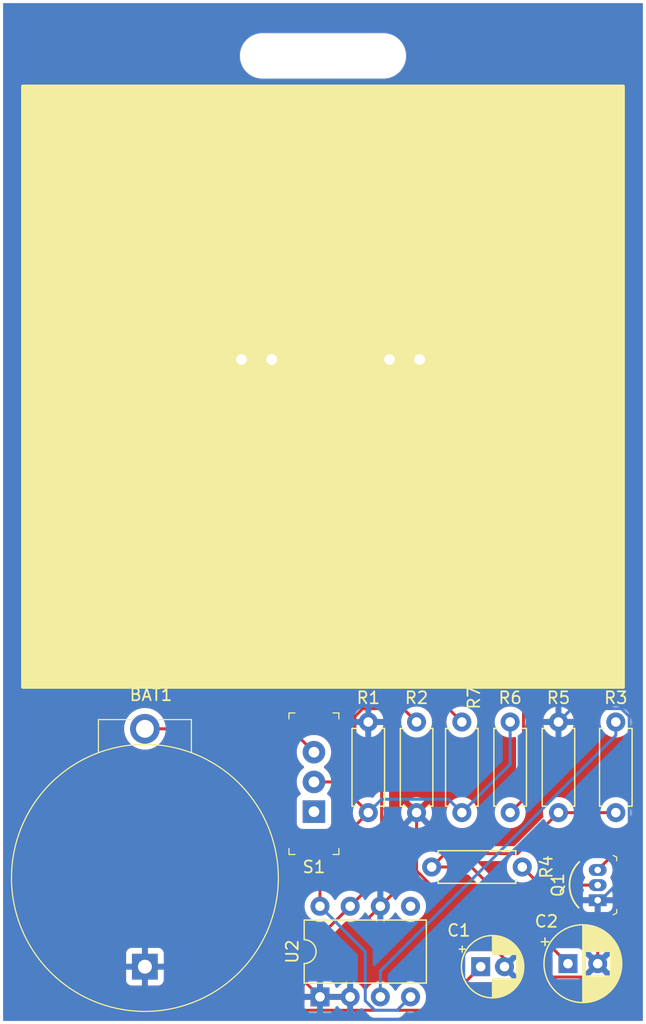
<source format=kicad_pcb>
(kicad_pcb (version 20221018) (generator pcbnew)
  (title_block (title "555badge") (date "2023-07-20") (rev "v01") (comment 2 "creativecommons/licenses/by/4.0/") (comment 3 "LICENSE: CC BY 4.0") (comment 4 "AUTHOR: PARIKSHIT V.JOSHI"))
  (layers (0 "F.Cu" signal) (31 "B.Cu" signal) (34 "B.Paste" user) (35 "F.Paste" user) (36 "B.SilkS" user "B.Silkscreen") (37 "F.SilkS" user "F.Silkscreen") (38 "B.Mask" user) (39 "F.Mask" user) (44 "Edge.Cuts" user))
  (net 0 "")
  (net 1 "GND")
  (net 2 "Net-(BAT1-PadPos)")
  (net 3 "Net-(U2-DIS)")
  (net 4 "Net-(C2-Pad1)")
  (net 5 "Net-(D1-K)")
  (net 6 "Net-(D1-A)")
  (net 7 "Net-(D2-A)")
  (net 8 "Net-(Q1-B)")
  (net 9 "VCC")
  (net 10 "Net-(U2-Q)")
  (footprint "digikey-footprints:Battery_Holder_Coin_2032_BS-7" (layer "F.Cu") (at 138.938 122.428 90)
    (fp_text reference "BAT1" (at 22.86 0.508 180) (layer "F.SilkS"))
    (fp_text value "BS-7")
    (fp_line (start 18.034 -3.9116) (end 20.7772 -3.9116) (stroke (width 0.1)) (layer "F.SilkS"))
    (fp_line (start 18.034 3.9116) (end 20.7772 3.9116) (stroke (width 0.1)) (layer "F.SilkS"))
    (fp_line (start 20.7772 -3.9116) (end 20.7772 -1.0668) (stroke (width 0.1)) (layer "F.SilkS"))
    (fp_line (start 20.7772 3.9116) (end 20.7772 1.0668) (stroke (width 0.1)) (layer "F.SilkS"))
    (fp_circle (center 7.4676 0) (end -3.7592 0) (stroke (width 0.1)) (fill none) (layer "F.SilkS"))
    (pad "Neg" thru_hole rect (at 0 0 90) (size 2.17 2.17) (drill 1.17) (layers "*.Cu" "*.Mask") (net 1 "GND"))
    (pad "Pos" thru_hole circle (at 20 0 90) (size 2.5 2.5) (drill 1.5) (layers "*.Cu" "*.Mask") (net 2 "Net-(BAT1-PadPos)"))
  )
  (footprint "Resistor_THT:R_Axial_DIN0207_L6.3mm_D2.5mm_P7.62mm_Horizontal" (layer "F.Cu") (at 165.608 101.854 -90)
    (fp_text reference "R7" (at -2.032 -1.016 90) (layer "F.SilkS"))
    (fp_text value "100")
    (fp_line (start 0.54 -1.37) (end 7.08 -1.37) (stroke (width 0.12)) (layer "F.SilkS"))
    (fp_line (start 0.54 -1.04) (end 0.54 -1.37) (stroke (width 0.12)) (layer "F.SilkS"))
    (fp_line (start 0.54 1.04) (end 0.54 1.37) (stroke (width 0.12)) (layer "F.SilkS"))
    (fp_line (start 0.54 1.37) (end 7.08 1.37) (stroke (width 0.12)) (layer "F.SilkS"))
    (fp_line (start 7.08 -1.37) (end 7.08 -1.04) (stroke (width 0.12)) (layer "F.SilkS"))
    (fp_line (start 7.08 1.37) (end 7.08 1.04) (stroke (width 0.12)) (layer "F.SilkS"))
    (pad "1" thru_hole circle (at 0 0 270) (size 1.6 1.6) (drill 0.8) (layers "*.Cu" "*.Mask") (net 7 "Net-(D2-A)"))
    (pad "2" thru_hole oval (at 7.62 0 270) (size 1.6 1.6) (drill 0.8) (layers "*.Cu" "*.Mask") (net 9 "VCC"))
  )
  (footprint "Resistor_THT:R_Axial_DIN0207_L6.3mm_D2.5mm_P7.62mm_Horizontal" (layer "F.Cu") (at 161.798 109.474 90)
    (fp_text reference "R2" (at 9.652 0 180) (layer "F.SilkS"))
    (fp_text value "330k")
    (fp_line (start 0.54 -1.37) (end 7.08 -1.37) (stroke (width 0.12)) (layer "F.SilkS"))
    (fp_line (start 0.54 -1.04) (end 0.54 -1.37) (stroke (width 0.12)) (layer "F.SilkS"))
    (fp_line (start 0.54 1.04) (end 0.54 1.37) (stroke (width 0.12)) (layer "F.SilkS"))
    (fp_line (start 0.54 1.37) (end 7.08 1.37) (stroke (width 0.12)) (layer "F.SilkS"))
    (fp_line (start 7.08 -1.37) (end 7.08 -1.04) (stroke (width 0.12)) (layer "F.SilkS"))
    (fp_line (start 7.08 1.37) (end 7.08 1.04) (stroke (width 0.12)) (layer "F.SilkS"))
    (pad "1" thru_hole circle (at 0 0 90) (size 1.6 1.6) (drill 0.8) (layers "*.Cu" "*.Mask") (net 1 "GND"))
    (pad "2" thru_hole oval (at 7.62 0 90) (size 1.6 1.6) (drill 0.8) (layers "*.Cu" "*.Mask") (net 3 "Net-(U2-DIS)"))
  )
  (footprint "Resistor_THT:R_Axial_DIN0207_L6.3mm_D2.5mm_P7.62mm_Horizontal" (layer "F.Cu") (at 178.562 101.854 -90)
    (fp_text reference "R3" (at -2.032 0) (layer "F.SilkS"))
    (fp_text value "22k")
    (fp_line (start 0.54 -1.37) (end 7.08 -1.37) (stroke (width 0.12)) (layer "F.SilkS"))
    (fp_line (start 0.54 -1.04) (end 0.54 -1.37) (stroke (width 0.12)) (layer "F.SilkS"))
    (fp_line (start 0.54 1.04) (end 0.54 1.37) (stroke (width 0.12)) (layer "F.SilkS"))
    (fp_line (start 0.54 1.37) (end 7.08 1.37) (stroke (width 0.12)) (layer "F.SilkS"))
    (fp_line (start 7.08 -1.37) (end 7.08 -1.04) (stroke (width 0.12)) (layer "F.SilkS"))
    (fp_line (start 7.08 1.37) (end 7.08 1.04) (stroke (width 0.12)) (layer "F.SilkS"))
    (pad "1" thru_hole circle (at 0 0 270) (size 1.6 1.6) (drill 0.8) (layers "*.Cu" "*.Mask") (net 10 "Net-(U2-Q)"))
    (pad "2" thru_hole oval (at 7.62 0 270) (size 1.6 1.6) (drill 0.8) (layers "*.Cu" "*.Mask") (net 4 "Net-(C2-Pad1)"))
  )
  (footprint "digikey-footprints:TO-92-3" (layer "F.Cu") (at 177.038 116.84 90)
    (fp_text reference "Q1" (at 1.27 -3.35 90) (layer "F.SilkS"))
    (fp_text value "2N3904")
    (fp_line (start -1.08 1.6) (end -1.23 1.3) (stroke (width 0.1)) (layer "F.SilkS"))
    (fp_line (start -0.78 1.6) (end -1.08 1.6) (stroke (width 0.1)) (layer "F.SilkS"))
    (fp_line (start 3.62 1.6) (end 3.32 1.6) (stroke (width 0.1)) (layer "F.SilkS"))
    (fp_line (start 3.62 1.6) (end 3.77 1.3) (stroke (width 0.1)) (layer "F.SilkS"))
    (fp_arc (start -0.63 -1.6) (mid 1.305355 -2.372361) (end 3.22 -1.55) (stroke (width 0.15)) (layer "F.SilkS"))
    (pad "1" thru_hole rect (at 0 0 270) (size 1 1.5) (drill 0.55) (layers "*.Cu" "*.Mask") (net 1 "GND"))
    (pad "2" thru_hole oval (at 1.27 0 270) (size 1 1.5) (drill 0.55) (layers "*.Cu" "*.Mask") (net 8 "Net-(Q1-B)"))
    (pad "3" thru_hole oval (at 2.54 0 270) (size 1 1.5) (drill 0.55) (layers "*.Cu" "*.Mask") (net 5 "Net-(D1-K)"))
  )
  (footprint "LED_THT:LED_D3.0mm" (layer "F.Cu") (at 149.606 71.374 180)
    (fp_text reference "D2" (at 1.27 -2.96) (layer "F.SilkS"))
    (fp_text value "RED")
    (fp_line (start -0.29 -1.236) (end -0.29 -1.08) (stroke (width 0.12)) (layer "F.SilkS"))
    (fp_line (start -0.29 1.08) (end -0.29 1.236) (stroke (width 0.12)) (layer "F.SilkS"))
    (fp_arc (start -0.29 -1.235516) (mid 1.366487 -1.987659) (end 2.942335 -1.078608) (stroke (width 0.12)) (layer "F.SilkS"))
    (fp_arc (start 0.229039 -1.08) (mid 1.270117 -1.5) (end 2.31113 -1.079837) (stroke (width 0.12)) (layer "F.SilkS"))
    (fp_arc (start 2.31113 1.079837) (mid 1.270117 1.5) (end 0.229039 1.08) (stroke (width 0.12)) (layer "F.SilkS"))
    (fp_arc (start 2.942335 1.078608) (mid 1.366487 1.987659) (end -0.29 1.235516) (stroke (width 0.12)) (layer "F.SilkS"))
    (pad "1" thru_hole rect (at 0 0 180) (size 1.8 1.8) (drill 0.9) (layers "*.Cu" "*.Mask") (net 5 "Net-(D1-K)"))
    (pad "2" thru_hole circle (at 2.54 0 180) (size 1.8 1.8) (drill 0.9) (layers "*.Cu" "*.Mask") (net 7 "Net-(D2-A)"))
  )
  (footprint "Resistor_THT:R_Axial_DIN0207_L6.3mm_D2.5mm_P7.62mm_Horizontal" (layer "F.Cu") (at 169.672 109.474 90)
    (fp_text reference "R6" (at 9.652 0 180) (layer "F.SilkS"))
    (fp_text value "100")
    (fp_line (start 0.54 -1.37) (end 7.08 -1.37) (stroke (width 0.12)) (layer "F.SilkS"))
    (fp_line (start 0.54 -1.04) (end 0.54 -1.37) (stroke (width 0.12)) (layer "F.SilkS"))
    (fp_line (start 0.54 1.04) (end 0.54 1.37) (stroke (width 0.12)) (layer "F.SilkS"))
    (fp_line (start 0.54 1.37) (end 7.08 1.37) (stroke (width 0.12)) (layer "F.SilkS"))
    (fp_line (start 7.08 -1.37) (end 7.08 -1.04) (stroke (width 0.12)) (layer "F.SilkS"))
    (fp_line (start 7.08 1.37) (end 7.08 1.04) (stroke (width 0.12)) (layer "F.SilkS"))
    (pad "1" thru_hole circle (at 0 0 90) (size 1.6 1.6) (drill 0.8) (layers "*.Cu" "*.Mask") (net 6 "Net-(D1-A)"))
    (pad "2" thru_hole oval (at 7.62 0 90) (size 1.6 1.6) (drill 0.8) (layers "*.Cu" "*.Mask") (net 9 "VCC"))
  )
  (footprint "Capacitor_THT:CP_Radial_D5.0mm_P2.00mm" (layer "F.Cu") (at 167.192888 122.428)
    (fp_text reference "C1" (at -1.838888 -3.048) (layer "F.SilkS"))
    (fp_text value "10uF")
    (fp_line (start -1.804775 -1.475) (end -1.304775 -1.475) (stroke (width 0.12)) (layer "F.SilkS"))
    (fp_line (start -1.554775 -1.725) (end -1.554775 -1.225) (stroke (width 0.12)) (layer "F.SilkS"))
    (fp_line (start 1 -2.58) (end 1 -1.04) (stroke (width 0.12)) (layer "F.SilkS"))
    (fp_line (start 1 1.04) (end 1 2.58) (stroke (width 0.12)) (layer "F.SilkS"))
    (fp_line (start 1.04 -2.58) (end 1.04 -1.04) (stroke (width 0.12)) (layer "F.SilkS"))
    (fp_line (start 1.04 1.04) (end 1.04 2.58) (stroke (width 0.12)) (layer "F.SilkS"))
    (fp_line (start 1.08 -2.579) (end 1.08 -1.04) (stroke (width 0.12)) (layer "F.SilkS"))
    (fp_line (start 1.08 1.04) (end 1.08 2.579) (stroke (width 0.12)) (layer "F.SilkS"))
    (fp_line (start 1.12 -2.578) (end 1.12 -1.04) (stroke (width 0.12)) (layer "F.SilkS"))
    (fp_line (start 1.12 1.04) (end 1.12 2.578) (stroke (width 0.12)) (layer "F.SilkS"))
    (fp_line (start 1.16 -2.576) (end 1.16 -1.04) (stroke (width 0.12)) (layer "F.SilkS"))
    (fp_line (start 1.16 1.04) (end 1.16 2.576) (stroke (width 0.12)) (layer "F.SilkS"))
    (fp_line (start 1.2 -2.573) (end 1.2 -1.04) (stroke (width 0.12)) (layer "F.SilkS"))
    (fp_line (start 1.2 1.04) (end 1.2 2.573) (stroke (width 0.12)) (layer "F.SilkS"))
    (fp_line (start 1.24 -2.569) (end 1.24 -1.04) (stroke (width 0.12)) (layer "F.SilkS"))
    (fp_line (start 1.24 1.04) (end 1.24 2.569) (stroke (width 0.12)) (layer "F.SilkS"))
    (fp_line (start 1.28 -2.565) (end 1.28 -1.04) (stroke (width 0.12)) (layer "F.SilkS"))
    (fp_line (start 1.28 1.04) (end 1.28 2.565) (stroke (width 0.12)) (layer "F.SilkS"))
    (fp_line (start 1.32 -2.561) (end 1.32 -1.04) (stroke (width 0.12)) (layer "F.SilkS"))
    (fp_line (start 1.32 1.04) (end 1.32 2.561) (stroke (width 0.12)) (layer "F.SilkS"))
    (fp_line (start 1.36 -2.556) (end 1.36 -1.04) (stroke (width 0.12)) (layer "F.SilkS"))
    (fp_line (start 1.36 1.04) (end 1.36 2.556) (stroke (width 0.12)) (layer "F.SilkS"))
    (fp_line (start 1.4 -2.55) (end 1.4 -1.04) (stroke (width 0.12)) (layer "F.SilkS"))
    (fp_line (start 1.4 1.04) (end 1.4 2.55) (stroke (width 0.12)) (layer "F.SilkS"))
    (fp_line (start 1.44 -2.543) (end 1.44 -1.04) (stroke (width 0.12)) (layer "F.SilkS"))
    (fp_line (start 1.44 1.04) (end 1.44 2.543) (stroke (width 0.12)) (layer "F.SilkS"))
    (fp_line (start 1.48 -2.536) (end 1.48 -1.04) (stroke (width 0.12)) (layer "F.SilkS"))
    (fp_line (start 1.48 1.04) (end 1.48 2.536) (stroke (width 0.12)) (layer "F.SilkS"))
    (fp_line (start 1.52 -2.528) (end 1.52 -1.04) (stroke (width 0.12)) (layer "F.SilkS"))
    (fp_line (start 1.52 1.04) (end 1.52 2.528) (stroke (width 0.12)) (layer "F.SilkS"))
    (fp_line (start 1.56 -2.52) (end 1.56 -1.04) (stroke (width 0.12)) (layer "F.SilkS"))
    (fp_line (start 1.56 1.04) (end 1.56 2.52) (stroke (width 0.12)) (layer "F.SilkS"))
    (fp_line (start 1.6 -2.511) (end 1.6 -1.04) (stroke (width 0.12)) (layer "F.SilkS"))
    (fp_line (start 1.6 1.04) (end 1.6 2.511) (stroke (width 0.12)) (layer "F.SilkS"))
    (fp_line (start 1.64 -2.501) (end 1.64 -1.04) (stroke (width 0.12)) (layer "F.SilkS"))
    (fp_line (start 1.64 1.04) (end 1.64 2.501) (stroke (width 0.12)) (layer "F.SilkS"))
    (fp_line (start 1.68 -2.491) (end 1.68 -1.04) (stroke (width 0.12)) (layer "F.SilkS"))
    (fp_line (start 1.68 1.04) (end 1.68 2.491) (stroke (width 0.12)) (layer "F.SilkS"))
    (fp_line (start 1.721 -2.48) (end 1.721 -1.04) (stroke (width 0.12)) (layer "F.SilkS"))
    (fp_line (start 1.721 1.04) (end 1.721 2.48) (stroke (width 0.12)) (layer "F.SilkS"))
    (fp_line (start 1.761 -2.468) (end 1.761 -1.04) (stroke (width 0.12)) (layer "F.SilkS"))
    (fp_line (start 1.761 1.04) (end 1.761 2.468) (stroke (width 0.12)) (layer "F.SilkS"))
    (fp_line (start 1.801 -2.455) (end 1.801 -1.04) (stroke (width 0.12)) (layer "F.SilkS"))
    (fp_line (start 1.801 1.04) (end 1.801 2.455) (stroke (width 0.12)) (layer "F.SilkS"))
    (fp_line (start 1.841 -2.442) (end 1.841 -1.04) (stroke (width 0.12)) (layer "F.SilkS"))
    (fp_line (start 1.841 1.04) (end 1.841 2.442) (stroke (width 0.12)) (layer "F.SilkS"))
    (fp_line (start 1.881 -2.428) (end 1.881 -1.04) (stroke (width 0.12)) (layer "F.SilkS"))
    (fp_line (start 1.881 1.04) (end 1.881 2.428) (stroke (width 0.12)) (layer "F.SilkS"))
    (fp_line (start 1.921 -2.414) (end 1.921 -1.04) (stroke (width 0.12)) (layer "F.SilkS"))
    (fp_line (start 1.921 1.04) (end 1.921 2.414) (stroke (width 0.12)) (layer "F.SilkS"))
    (fp_line (start 1.961 -2.398) (end 1.961 -1.04) (stroke (width 0.12)) (layer "F.SilkS"))
    (fp_line (start 1.961 1.04) (end 1.961 2.398) (stroke (width 0.12)) (layer "F.SilkS"))
    (fp_line (start 2.001 -2.382) (end 2.001 -1.04) (stroke (width 0.12)) (layer "F.SilkS"))
    (fp_line (start 2.001 1.04) (end 2.001 2.382) (stroke (width 0.12)) (layer "F.SilkS"))
    (fp_line (start 2.041 -2.365) (end 2.041 -1.04) (stroke (width 0.12)) (layer "F.SilkS"))
    (fp_line (start 2.041 1.04) (end 2.041 2.365) (stroke (width 0.12)) (layer "F.SilkS"))
    (fp_line (start 2.081 -2.348) (end 2.081 -1.04) (stroke (width 0.12)) (layer "F.SilkS"))
    (fp_line (start 2.081 1.04) (end 2.081 2.348) (stroke (width 0.12)) (layer "F.SilkS"))
    (fp_line (start 2.121 -2.329) (end 2.121 -1.04) (stroke (width 0.12)) (layer "F.SilkS"))
    (fp_line (start 2.121 1.04) (end 2.121 2.329) (stroke (width 0.12)) (layer "F.SilkS"))
    (fp_line (start 2.161 -2.31) (end 2.161 -1.04) (stroke (width 0.12)) (layer "F.SilkS"))
    (fp_line (start 2.161 1.04) (end 2.161 2.31) (stroke (width 0.12)) (layer "F.SilkS"))
    (fp_line (start 2.201 -2.29) (end 2.201 -1.04) (stroke (width 0.12)) (layer "F.SilkS"))
    (fp_line (start 2.201 1.04) (end 2.201 2.29) (stroke (width 0.12)) (layer "F.SilkS"))
    (fp_line (start 2.241 -2.268) (end 2.241 -1.04) (stroke (width 0.12)) (layer "F.SilkS"))
    (fp_line (start 2.241 1.04) (end 2.241 2.268) (stroke (width 0.12)) (layer "F.SilkS"))
    (fp_line (start 2.281 -2.247) (end 2.281 -1.04) (stroke (width 0.12)) (layer "F.SilkS"))
    (fp_line (start 2.281 1.04) (end 2.281 2.247) (stroke (width 0.12)) (layer "F.SilkS"))
    (fp_line (start 2.321 -2.224) (end 2.321 -1.04) (stroke (width 0.12)) (layer "F.SilkS"))
    (fp_line (start 2.321 1.04) (end 2.321 2.224) (stroke (width 0.12)) (layer "F.SilkS"))
    (fp_line (start 2.361 -2.2) (end 2.361 -1.04) (stroke (width 0.12)) (layer "F.SilkS"))
    (fp_line (start 2.361 1.04) (end 2.361 2.2) (stroke (width 0.12)) (layer "F.SilkS"))
    (fp_line (start 2.401 -2.175) (end 2.401 -1.04) (stroke (width 0.12)) (layer "F.SilkS"))
    (fp_line (start 2.401 1.04) (end 2.401 2.175) (stroke (width 0.12)) (layer "F.SilkS"))
    (fp_line (start 2.441 -2.149) (end 2.441 -1.04) (stroke (width 0.12)) (layer "F.SilkS"))
    (fp_line (start 2.441 1.04) (end 2.441 2.149) (stroke (width 0.12)) (layer "F.SilkS"))
    (fp_line (start 2.481 -2.122) (end 2.481 -1.04) (stroke (width 0.12)) (layer "F.SilkS"))
    (fp_line (start 2.481 1.04) (end 2.481 2.122) (stroke (width 0.12)) (layer "F.SilkS"))
    (fp_line (start 2.521 -2.095) (end 2.521 -1.04) (stroke (width 0.12)) (layer "F.SilkS"))
    (fp_line (start 2.521 1.04) (end 2.521 2.095) (stroke (width 0.12)) (layer "F.SilkS"))
    (fp_line (start 2.561 -2.065) (end 2.561 -1.04) (stroke (width 0.12)) (layer "F.SilkS"))
    (fp_line (start 2.561 1.04) (end 2.561 2.065) (stroke (width 0.12)) (layer "F.SilkS"))
    (fp_line (start 2.601 -2.035) (end 2.601 -1.04) (stroke (width 0.12)) (layer "F.SilkS"))
    (fp_line (start 2.601 1.04) (end 2.601 2.035) (stroke (width 0.12)) (layer "F.SilkS"))
    (fp_line (start 2.641 -2.004) (end 2.641 -1.04) (stroke (width 0.12)) (layer "F.SilkS"))
    (fp_line (start 2.641 1.04) (end 2.641 2.004) (stroke (width 0.12)) (layer "F.SilkS"))
    (fp_line (start 2.681 -1.971) (end 2.681 -1.04) (stroke (width 0.12)) (layer "F.SilkS"))
    (fp_line (start 2.681 1.04) (end 2.681 1.971) (stroke (width 0.12)) (layer "F.SilkS"))
    (fp_line (start 2.721 -1.937) (end 2.721 -1.04) (stroke (width 0.12)) (layer "F.SilkS"))
    (fp_line (start 2.721 1.04) (end 2.721 1.937) (stroke (width 0.12)) (layer "F.SilkS"))
    (fp_line (start 2.761 -1.901) (end 2.761 -1.04) (stroke (width 0.12)) (layer "F.SilkS"))
    (fp_line (start 2.761 1.04) (end 2.761 1.901) (stroke (width 0.12)) (layer "F.SilkS"))
    (fp_line (start 2.801 -1.864) (end 2.801 -1.04) (stroke (width 0.12)) (layer "F.SilkS"))
    (fp_line (start 2.801 1.04) (end 2.801 1.864) (stroke (width 0.12)) (layer "F.SilkS"))
    (fp_line (start 2.841 -1.826) (end 2.841 -1.04) (stroke (width 0.12)) (layer "F.SilkS"))
    (fp_line (start 2.841 1.04) (end 2.841 1.826) (stroke (width 0.12)) (layer "F.SilkS"))
    (fp_line (start 2.881 -1.785) (end 2.881 -1.04) (stroke (width 0.12)) (layer "F.SilkS"))
    (fp_line (start 2.881 1.04) (end 2.881 1.785) (stroke (width 0.12)) (layer "F.SilkS"))
    (fp_line (start 2.921 -1.743) (end 2.921 -1.04) (stroke (width 0.12)) (layer "F.SilkS"))
    (fp_line (start 2.921 1.04) (end 2.921 1.743) (stroke (width 0.12)) (layer "F.SilkS"))
    (fp_line (start 2.961 -1.699) (end 2.961 -1.04) (stroke (width 0.12)) (layer "F.SilkS"))
    (fp_line (start 2.961 1.04) (end 2.961 1.699) (stroke (width 0.12)) (layer "F.SilkS"))
    (fp_line (start 3.001 -1.653) (end 3.001 -1.04) (stroke (width 0.12)) (layer "F.SilkS"))
    (fp_line (start 3.001 1.04) (end 3.001 1.653) (stroke (width 0.12)) (layer "F.SilkS"))
    (fp_line (start 3.041 -1.605) (end 3.041 1.605) (stroke (width 0.12)) (layer "F.SilkS"))
    (fp_line (start 3.081 -1.554) (end 3.081 1.554) (stroke (width 0.12)) (layer "F.SilkS"))
    (fp_line (start 3.121 -1.5) (end 3.121 1.5) (stroke (width 0.12)) (layer "F.SilkS"))
    (fp_line (start 3.161 -1.443) (end 3.161 1.443) (stroke (width 0.12)) (layer "F.SilkS"))
    (fp_line (start 3.201 -1.383) (end 3.201 1.383) (stroke (width 0.12)) (layer "F.SilkS"))
    (fp_line (start 3.241 -1.319) (end 3.241 1.319) (stroke (width 0.12)) (layer "F.SilkS"))
    (fp_line (start 3.281 -1.251) (end 3.281 1.251) (stroke (width 0.12)) (layer "F.SilkS"))
    (fp_line (start 3.321 -1.178) (end 3.321 1.178) (stroke (width 0.12)) (layer "F.SilkS"))
    (fp_line (start 3.361 -1.098) (end 3.361 1.098) (stroke (width 0.12)) (layer "F.SilkS"))
    (fp_line (start 3.401 -1.011) (end 3.401 1.011) (stroke (width 0.12)) (layer "F.SilkS"))
    (fp_line (start 3.441 -0.915) (end 3.441 0.915) (stroke (width 0.12)) (layer "F.SilkS"))
    (fp_line (start 3.481 -0.805) (end 3.481 0.805) (stroke (width 0.12)) (layer "F.SilkS"))
    (fp_line (start 3.521 -0.677) (end 3.521 0.677) (stroke (width 0.12)) (layer "F.SilkS"))
    (fp_line (start 3.561 -0.518) (end 3.561 0.518) (stroke (width 0.12)) (layer "F.SilkS"))
    (fp_line (start 3.601 -0.284) (end 3.601 0.284) (stroke (width 0.12)) (layer "F.SilkS"))
    (fp_circle (center 1 0) (end 3.62 0) (stroke (width 0.12)) (fill none) (layer "F.SilkS"))
    (pad "1" thru_hole rect (at 0 0) (size 1.6 1.6) (drill 0.8) (layers "*.Cu" "*.Mask") (net 3 "Net-(U2-DIS)"))
    (pad "2" thru_hole circle (at 2 0) (size 1.6 1.6) (drill 0.8) (layers "*.Cu" "*.Mask") (net 1 "GND"))
  )
  (footprint "LED_THT:LED_D3.0mm" (layer "F.Cu") (at 162.052 71.374 180)
    (fp_text reference "D1" (at 1.27 -2.96) (layer "F.SilkS"))
    (fp_text value "RED")
    (fp_line (start -0.29 -1.236) (end -0.29 -1.08) (stroke (width 0.12)) (layer "F.SilkS"))
    (fp_line (start -0.29 1.08) (end -0.29 1.236) (stroke (width 0.12)) (layer "F.SilkS"))
    (fp_arc (start -0.29 -1.235516) (mid 1.366487 -1.987659) (end 2.942335 -1.078608) (stroke (width 0.12)) (layer "F.SilkS"))
    (fp_arc (start 0.229039 -1.08) (mid 1.270117 -1.5) (end 2.31113 -1.079837) (stroke (width 0.12)) (layer "F.SilkS"))
    (fp_arc (start 2.31113 1.079837) (mid 1.270117 1.5) (end 0.229039 1.08) (stroke (width 0.12)) (layer "F.SilkS"))
    (fp_arc (start 2.942335 1.078608) (mid 1.366487 1.987659) (end -0.29 1.235516) (stroke (width 0.12)) (layer "F.SilkS"))
    (pad "1" thru_hole rect (at 0 0 180) (size 1.8 1.8) (drill 0.9) (layers "*.Cu" "*.Mask") (net 5 "Net-(D1-K)"))
    (pad "2" thru_hole circle (at 2.54 0 180) (size 1.8 1.8) (drill 0.9) (layers "*.Cu" "*.Mask") (net 6 "Net-(D1-A)"))
  )
  (footprint "Package_DIP:DIP-8_W7.62mm" (layer "F.Cu") (at 153.67 124.968 90)
    (fp_text reference "U2" (at 3.81 -2.33 90) (layer "F.SilkS"))
    (fp_text value "ICM7555xP")
    (fp_line (start 1.16 -1.33) (end 1.16 8.95) (stroke (width 0.12)) (layer "F.SilkS"))
    (fp_line (start 1.16 8.95) (end 6.46 8.95) (stroke (width 0.12)) (layer "F.SilkS"))
    (fp_line (start 2.81 -1.33) (end 1.16 -1.33) (stroke (width 0.12)) (layer "F.SilkS"))
    (fp_line (start 6.46 -1.33) (end 4.81 -1.33) (stroke (width 0.12)) (layer "F.SilkS"))
    (fp_line (start 6.46 8.95) (end 6.46 -1.33) (stroke (width 0.12)) (layer "F.SilkS"))
    (fp_arc (start 4.81 -1.33) (mid 3.81 -0.33) (end 2.81 -1.33) (stroke (width 0.12)) (layer "F.SilkS"))
    (pad "1" thru_hole rect (at 0 0 90) (size 1.6 1.6) (drill 0.8) (layers "*.Cu" "*.Mask") (net 1 "GND"))
    (pad "2" thru_hole oval (at 0 2.54 90) (size 1.6 1.6) (drill 0.8) (layers "*.Cu" "*.Mask") (net 1 "GND"))
    (pad "3" thru_hole oval (at 0 5.08 90) (size 1.6 1.6) (drill 0.8) (layers "*.Cu" "*.Mask") (net 10 "Net-(U2-Q)"))
    (pad "4" thru_hole oval (at 0 7.62 90) (size 1.6 1.6) (drill 0.8) (layers "*.Cu" "*.Mask") (net 9 "VCC"))
    (pad "5" thru_hole oval (at 7.62 7.62 90) (size 1.6 1.6) (drill 0.8) (layers "*.Cu" "*.Mask"))
    (pad "6" thru_hole oval (at 7.62 5.08 90) (size 1.6 1.6) (drill 0.8) (layers "*.Cu" "*.Mask") (net 1 "GND"))
    (pad "7" thru_hole oval (at 7.62 2.54 90) (size 1.6 1.6) (drill 0.8) (layers "*.Cu" "*.Mask") (net 3 "Net-(U2-DIS)"))
    (pad "8" thru_hole oval (at 7.62 0 90) (size 1.6 1.6) (drill 0.8) (layers "*.Cu" "*.Mask") (net 9 "VCC"))
  )
  (footprint "Resistor_THT:R_Axial_DIN0207_L6.3mm_D2.5mm_P7.62mm_Horizontal" (layer "F.Cu") (at 173.736 109.474 90)
    (fp_text reference "R5" (at 9.652 0 180) (layer "F.SilkS"))
    (fp_text value "100k")
    (fp_line (start 0.54 -1.37) (end 7.08 -1.37) (stroke (width 0.12)) (layer "F.SilkS"))
    (fp_line (start 0.54 -1.04) (end 0.54 -1.37) (stroke (width 0.12)) (layer "F.SilkS"))
    (fp_line (start 0.54 1.04) (end 0.54 1.37) (stroke (width 0.12)) (layer "F.SilkS"))
    (fp_line (start 0.54 1.37) (end 7.08 1.37) (stroke (width 0.12)) (layer "F.SilkS"))
    (fp_line (start 7.08 -1.37) (end 7.08 -1.04) (stroke (width 0.12)) (layer "F.SilkS"))
    (fp_line (start 7.08 1.37) (end 7.08 1.04) (stroke (width 0.12)) (layer "F.SilkS"))
    (pad "1" thru_hole circle (at 0 0 90) (size 1.6 1.6) (drill 0.8) (layers "*.Cu" "*.Mask") (net 4 "Net-(C2-Pad1)"))
    (pad "2" thru_hole oval (at 7.62 0 90) (size 1.6 1.6) (drill 0.8) (layers "*.Cu" "*.Mask") (net 1 "GND"))
  )
  (footprint "digikey-footprints:Switch_Slide_11.6x4mm_EG1218" (layer "F.Cu") (at 153.162 109.394 90)
    (fp_text reference "S1" (at -4.652 0 180) (layer "F.SilkS"))
    (fp_text value "EG1218")
    (fp_line (start -3.6 -2.1) (end -3.6 -1.6) (stroke (width 0.1)) (layer "F.SilkS"))
    (fp_line (start -3.6 -2.1) (end -3.1 -2.1) (stroke (width 0.1)) (layer "F.SilkS"))
    (fp_line (start -3.6 2.1) (end -3.6 1.6) (stroke (width 0.1)) (layer "F.SilkS"))
    (fp_line (start -3.6 2.1) (end -3.1 2.1) (stroke (width 0.1)) (layer "F.SilkS"))
    (fp_line (start 8.3 -2.1) (end 7.8 -2.1) (stroke (width 0.1)) (layer "F.SilkS"))
    (fp_line (start 8.3 -2.1) (end 8.3 -1.6) (stroke (width 0.1)) (layer "F.SilkS"))
    (fp_line (start 8.3 2.1) (end 7.8 2.1) (stroke (width 0.1)) (layer "F.SilkS"))
    (fp_line (start 8.3 2.1) (end 8.3 1.6) (stroke (width 0.1)) (layer "F.SilkS"))
    (pad "1" thru_hole rect (at 0 0 90) (size 1.9 1.9) (drill 0.9) (layers "*.Cu" "*.Mask"))
    (pad "2" thru_hole circle (at 2.5 0 90) (size 1.9 1.9) (drill 0.9) (layers "*.Cu" "*.Mask") (net 9 "VCC"))
    (pad "3" thru_hole circle (at 5 0 90) (size 1.9 1.9) (drill 0.9) (layers "*.Cu" "*.Mask") (net 2 "Net-(BAT1-PadPos)"))
  )
  (footprint "Resistor_THT:R_Axial_DIN0207_L6.3mm_D2.5mm_P7.62mm_Horizontal" (layer "F.Cu") (at 157.734 109.474 90)
    (fp_text reference "R1" (at 9.652 0 180) (layer "F.SilkS"))
    (fp_text value "22k")
    (fp_line (start 0.54 -1.37) (end 7.08 -1.37) (stroke (width 0.12)) (layer "F.SilkS"))
    (fp_line (start 0.54 -1.04) (end 0.54 -1.37) (stroke (width 0.12)) (layer "F.SilkS"))
    (fp_line (start 0.54 1.04) (end 0.54 1.37) (stroke (width 0.12)) (layer "F.SilkS"))
    (fp_line (start 0.54 1.37) (end 7.08 1.37) (stroke (width 0.12)) (layer "F.SilkS"))
    (fp_line (start 7.08 -1.37) (end 7.08 -1.04) (stroke (width 0.12)) (layer "F.SilkS"))
    (fp_line (start 7.08 1.37) (end 7.08 1.04) (stroke (width 0.12)) (layer "F.SilkS"))
    (pad "1" thru_hole circle (at 0 0 90) (size 1.6 1.6) (drill 0.8) (layers "*.Cu" "*.Mask") (net 9 "VCC"))
    (pad "2" thru_hole oval (at 7.62 0 90) (size 1.6 1.6) (drill 0.8) (layers "*.Cu" "*.Mask") (net 1 "GND"))
  )
  (footprint "Resistor_THT:R_Axial_DIN0207_L6.3mm_D2.5mm_P7.62mm_Horizontal" (layer "F.Cu") (at 163.068 114.046)
    (fp_text reference "R4" (at 9.652 0 90) (layer "F.SilkS"))
    (fp_text value "10k")
    (fp_line (start 0.54 -1.37) (end 7.08 -1.37) (stroke (width 0.12)) (layer "F.SilkS"))
    (fp_line (start 0.54 -1.04) (end 0.54 -1.37) (stroke (width 0.12)) (layer "F.SilkS"))
    (fp_line (start 0.54 1.04) (end 0.54 1.37) (stroke (width 0.12)) (layer "F.SilkS"))
    (fp_line (start 0.54 1.37) (end 7.08 1.37) (stroke (width 0.12)) (layer "F.SilkS"))
    (fp_line (start 7.08 -1.37) (end 7.08 -1.04) (stroke (width 0.12)) (layer "F.SilkS"))
    (fp_line (start 7.08 1.37) (end 7.08 1.04) (stroke (width 0.12)) (layer "F.SilkS"))
    (pad "1" thru_hole circle (at 0 0) (size 1.6 1.6) (drill 0.8) (layers "*.Cu" "*.Mask") (net 4 "Net-(C2-Pad1)"))
    (pad "2" thru_hole oval (at 7.62 0) (size 1.6 1.6) (drill 0.8) (layers "*.Cu" "*.Mask") (net 8 "Net-(Q1-B)"))
  )
  (footprint "Capacitor_THT:CP_Radial_D6.3mm_P2.50mm" (layer "F.Cu") (at 174.538 122.174)
    (fp_text reference "C2" (at -1.818 -3.556) (layer "F.SilkS"))
    (fp_text value "100uF")
    (fp_line (start -2.250241 -1.839) (end -1.620241 -1.839) (stroke (width 0.12)) (layer "F.SilkS"))
    (fp_line (start -1.935241 -2.154) (end -1.935241 -1.524) (stroke (width 0.12)) (layer "F.SilkS"))
    (fp_line (start 1.25 -3.23) (end 1.25 3.23) (stroke (width 0.12)) (layer "F.SilkS"))
    (fp_line (start 1.29 -3.23) (end 1.29 3.23) (stroke (width 0.12)) (layer "F.SilkS"))
    (fp_line (start 1.33 -3.23) (end 1.33 3.23) (stroke (width 0.12)) (layer "F.SilkS"))
    (fp_line (start 1.37 -3.228) (end 1.37 3.228) (stroke (width 0.12)) (layer "F.SilkS"))
    (fp_line (start 1.41 -3.227) (end 1.41 3.227) (stroke (width 0.12)) (layer "F.SilkS"))
    (fp_line (start 1.45 -3.224) (end 1.45 3.224) (stroke (width 0.12)) (layer "F.SilkS"))
    (fp_line (start 1.49 -3.222) (end 1.49 -1.04) (stroke (width 0.12)) (layer "F.SilkS"))
    (fp_line (start 1.49 1.04) (end 1.49 3.222) (stroke (width 0.12)) (layer "F.SilkS"))
    (fp_line (start 1.53 -3.218) (end 1.53 -1.04) (stroke (width 0.12)) (layer "F.SilkS"))
    (fp_line (start 1.53 1.04) (end 1.53 3.218) (stroke (width 0.12)) (layer "F.SilkS"))
    (fp_line (start 1.57 -3.215) (end 1.57 -1.04) (stroke (width 0.12)) (layer "F.SilkS"))
    (fp_line (start 1.57 1.04) (end 1.57 3.215) (stroke (width 0.12)) (layer "F.SilkS"))
    (fp_line (start 1.61 -3.211) (end 1.61 -1.04) (stroke (width 0.12)) (layer "F.SilkS"))
    (fp_line (start 1.61 1.04) (end 1.61 3.211) (stroke (width 0.12)) (layer "F.SilkS"))
    (fp_line (start 1.65 -3.206) (end 1.65 -1.04) (stroke (width 0.12)) (layer "F.SilkS"))
    (fp_line (start 1.65 1.04) (end 1.65 3.206) (stroke (width 0.12)) (layer "F.SilkS"))
    (fp_line (start 1.69 -3.201) (end 1.69 -1.04) (stroke (width 0.12)) (layer "F.SilkS"))
    (fp_line (start 1.69 1.04) (end 1.69 3.201) (stroke (width 0.12)) (layer "F.SilkS"))
    (fp_line (start 1.73 -3.195) (end 1.73 -1.04) (stroke (width 0.12)) (layer "F.SilkS"))
    (fp_line (start 1.73 1.04) (end 1.73 3.195) (stroke (width 0.12)) (layer "F.SilkS"))
    (fp_line (start 1.77 -3.189) (end 1.77 -1.04) (stroke (width 0.12)) (layer "F.SilkS"))
    (fp_line (start 1.77 1.04) (end 1.77 3.189) (stroke (width 0.12)) (layer "F.SilkS"))
    (fp_line (start 1.81 -3.182) (end 1.81 -1.04) (stroke (width 0.12)) (layer "F.SilkS"))
    (fp_line (start 1.81 1.04) (end 1.81 3.182) (stroke (width 0.12)) (layer "F.SilkS"))
    (fp_line (start 1.85 -3.175) (end 1.85 -1.04) (stroke (width 0.12)) (layer "F.SilkS"))
    (fp_line (start 1.85 1.04) (end 1.85 3.175) (stroke (width 0.12)) (layer "F.SilkS"))
    (fp_line (start 1.89 -3.167) (end 1.89 -1.04) (stroke (width 0.12)) (layer "F.SilkS"))
    (fp_line (start 1.89 1.04) (end 1.89 3.167) (stroke (width 0.12)) (layer "F.SilkS"))
    (fp_line (start 1.93 -3.159) (end 1.93 -1.04) (stroke (width 0.12)) (layer "F.SilkS"))
    (fp_line (start 1.93 1.04) (end 1.93 3.159) (stroke (width 0.12)) (layer "F.SilkS"))
    (fp_line (start 1.971 -3.15) (end 1.971 -1.04) (stroke (width 0.12)) (layer "F.SilkS"))
    (fp_line (start 1.971 1.04) (end 1.971 3.15) (stroke (width 0.12)) (layer "F.SilkS"))
    (fp_line (start 2.011 -3.141) (end 2.011 -1.04) (stroke (width 0.12)) (layer "F.SilkS"))
    (fp_line (start 2.011 1.04) (end 2.011 3.141) (stroke (width 0.12)) (layer "F.SilkS"))
    (fp_line (start 2.051 -3.131) (end 2.051 -1.04) (stroke (width 0.12)) (layer "F.SilkS"))
    (fp_line (start 2.051 1.04) (end 2.051 3.131) (stroke (width 0.12)) (layer "F.SilkS"))
    (fp_line (start 2.091 -3.121) (end 2.091 -1.04) (stroke (width 0.12)) (layer "F.SilkS"))
    (fp_line (start 2.091 1.04) (end 2.091 3.121) (stroke (width 0.12)) (layer "F.SilkS"))
    (fp_line (start 2.131 -3.11) (end 2.131 -1.04) (stroke (width 0.12)) (layer "F.SilkS"))
    (fp_line (start 2.131 1.04) (end 2.131 3.11) (stroke (width 0.12)) (layer "F.SilkS"))
    (fp_line (start 2.171 -3.098) (end 2.171 -1.04) (stroke (width 0.12)) (layer "F.SilkS"))
    (fp_line (start 2.171 1.04) (end 2.171 3.098) (stroke (width 0.12)) (layer "F.SilkS"))
    (fp_line (start 2.211 -3.086) (end 2.211 -1.04) (stroke (width 0.12)) (layer "F.SilkS"))
    (fp_line (start 2.211 1.04) (end 2.211 3.086) (stroke (width 0.12)) (layer "F.SilkS"))
    (fp_line (start 2.251 -3.074) (end 2.251 -1.04) (stroke (width 0.12)) (layer "F.SilkS"))
    (fp_line (start 2.251 1.04) (end 2.251 3.074) (stroke (width 0.12)) (layer "F.SilkS"))
    (fp_line (start 2.291 -3.061) (end 2.291 -1.04) (stroke (width 0.12)) (layer "F.SilkS"))
    (fp_line (start 2.291 1.04) (end 2.291 3.061) (stroke (width 0.12)) (layer "F.SilkS"))
    (fp_line (start 2.331 -3.047) (end 2.331 -1.04) (stroke (width 0.12)) (layer "F.SilkS"))
    (fp_line (start 2.331 1.04) (end 2.331 3.047) (stroke (width 0.12)) (layer "F.SilkS"))
    (fp_line (start 2.371 -3.033) (end 2.371 -1.04) (stroke (width 0.12)) (layer "F.SilkS"))
    (fp_line (start 2.371 1.04) (end 2.371 3.033) (stroke (width 0.12)) (layer "F.SilkS"))
    (fp_line (start 2.411 -3.018) (end 2.411 -1.04) (stroke (width 0.12)) (layer "F.SilkS"))
    (fp_line (start 2.411 1.04) (end 2.411 3.018) (stroke (width 0.12)) (layer "F.SilkS"))
    (fp_line (start 2.451 -3.002) (end 2.451 -1.04) (stroke (width 0.12)) (layer "F.SilkS"))
    (fp_line (start 2.451 1.04) (end 2.451 3.002) (stroke (width 0.12)) (layer "F.SilkS"))
    (fp_line (start 2.491 -2.986) (end 2.491 -1.04) (stroke (width 0.12)) (layer "F.SilkS"))
    (fp_line (start 2.491 1.04) (end 2.491 2.986) (stroke (width 0.12)) (layer "F.SilkS"))
    (fp_line (start 2.531 -2.97) (end 2.531 -1.04) (stroke (width 0.12)) (layer "F.SilkS"))
    (fp_line (start 2.531 1.04) (end 2.531 2.97) (stroke (width 0.12)) (layer "F.SilkS"))
    (fp_line (start 2.571 -2.952) (end 2.571 -1.04) (stroke (width 0.12)) (layer "F.SilkS"))
    (fp_line (start 2.571 1.04) (end 2.571 2.952) (stroke (width 0.12)) (layer "F.SilkS"))
    (fp_line (start 2.611 -2.934) (end 2.611 -1.04) (stroke (width 0.12)) (layer "F.SilkS"))
    (fp_line (start 2.611 1.04) (end 2.611 2.934) (stroke (width 0.12)) (layer "F.SilkS"))
    (fp_line (start 2.651 -2.916) (end 2.651 -1.04) (stroke (width 0.12)) (layer "F.SilkS"))
    (fp_line (start 2.651 1.04) (end 2.651 2.916) (stroke (width 0.12)) (layer "F.SilkS"))
    (fp_line (start 2.691 -2.896) (end 2.691 -1.04) (stroke (width 0.12)) (layer "F.SilkS"))
    (fp_line (start 2.691 1.04) (end 2.691 2.896) (stroke (width 0.12)) (layer "F.SilkS"))
    (fp_line (start 2.731 -2.876) (end 2.731 -1.04) (stroke (width 0.12)) (layer "F.SilkS"))
    (fp_line (start 2.731 1.04) (end 2.731 2.876) (stroke (width 0.12)) (layer "F.SilkS"))
    (fp_line (start 2.771 -2.856) (end 2.771 -1.04) (stroke (width 0.12)) (layer "F.SilkS"))
    (fp_line (start 2.771 1.04) (end 2.771 2.856) (stroke (width 0.12)) (layer "F.SilkS"))
    (fp_line (start 2.811 -2.834) (end 2.811 -1.04) (stroke (width 0.12)) (layer "F.SilkS"))
    (fp_line (start 2.811 1.04) (end 2.811 2.834) (stroke (width 0.12)) (layer "F.SilkS"))
    (fp_line (start 2.851 -2.812) (end 2.851 -1.04) (stroke (width 0.12)) (layer "F.SilkS"))
    (fp_line (start 2.851 1.04) (end 2.851 2.812) (stroke (width 0.12)) (layer "F.SilkS"))
    (fp_line (start 2.891 -2.79) (end 2.891 -1.04) (stroke (width 0.12)) (layer "F.SilkS"))
    (fp_line (start 2.891 1.04) (end 2.891 2.79) (stroke (width 0.12)) (layer "F.SilkS"))
    (fp_line (start 2.931 -2.766) (end 2.931 -1.04) (stroke (width 0.12)) (layer "F.SilkS"))
    (fp_line (start 2.931 1.04) (end 2.931 2.766) (stroke (width 0.12)) (layer "F.SilkS"))
    (fp_line (start 2.971 -2.742) (end 2.971 -1.04) (stroke (width 0.12)) (layer "F.SilkS"))
    (fp_line (start 2.971 1.04) (end 2.971 2.742) (stroke (width 0.12)) (layer "F.SilkS"))
    (fp_line (start 3.011 -2.716) (end 3.011 -1.04) (stroke (width 0.12)) (layer "F.SilkS"))
    (fp_line (start 3.011 1.04) (end 3.011 2.716) (stroke (width 0.12)) (layer "F.SilkS"))
    (fp_line (start 3.051 -2.69) (end 3.051 -1.04) (stroke (width 0.12)) (layer "F.SilkS"))
    (fp_line (start 3.051 1.04) (end 3.051 2.69) (stroke (width 0.12)) (layer "F.SilkS"))
    (fp_line (start 3.091 -2.664) (end 3.091 -1.04) (stroke (width 0.12)) (layer "F.SilkS"))
    (fp_line (start 3.091 1.04) (end 3.091 2.664) (stroke (width 0.12)) (layer "F.SilkS"))
    (fp_line (start 3.131 -2.636) (end 3.131 -1.04) (stroke (width 0.12)) (layer "F.SilkS"))
    (fp_line (start 3.131 1.04) (end 3.131 2.636) (stroke (width 0.12)) (layer "F.SilkS"))
    (fp_line (start 3.171 -2.607) (end 3.171 -1.04) (stroke (width 0.12)) (layer "F.SilkS"))
    (fp_line (start 3.171 1.04) (end 3.171 2.607) (stroke (width 0.12)) (layer "F.SilkS"))
    (fp_line (start 3.211 -2.578) (end 3.211 -1.04) (stroke (width 0.12)) (layer "F.SilkS"))
    (fp_line (start 3.211 1.04) (end 3.211 2.578) (stroke (width 0.12)) (layer "F.SilkS"))
    (fp_line (start 3.251 -2.548) (end 3.251 -1.04) (stroke (width 0.12)) (layer "F.SilkS"))
    (fp_line (start 3.251 1.04) (end 3.251 2.548) (stroke (width 0.12)) (layer "F.SilkS"))
    (fp_line (start 3.291 -2.516) (end 3.291 -1.04) (stroke (width 0.12)) (layer "F.SilkS"))
    (fp_line (start 3.291 1.04) (end 3.291 2.516) (stroke (width 0.12)) (layer "F.SilkS"))
    (fp_line (start 3.331 -2.484) (end 3.331 -1.04) (stroke (width 0.12)) (layer "F.SilkS"))
    (fp_line (start 3.331 1.04) (end 3.331 2.484) (stroke (width 0.12)) (layer "F.SilkS"))
    (fp_line (start 3.371 -2.45) (end 3.371 -1.04) (stroke (width 0.12)) (layer "F.SilkS"))
    (fp_line (start 3.371 1.04) (end 3.371 2.45) (stroke (width 0.12)) (layer "F.SilkS"))
    (fp_line (start 3.411 -2.416) (end 3.411 -1.04) (stroke (width 0.12)) (layer "F.SilkS"))
    (fp_line (start 3.411 1.04) (end 3.411 2.416) (stroke (width 0.12)) (layer "F.SilkS"))
    (fp_line (start 3.451 -2.38) (end 3.451 -1.04) (stroke (width 0.12)) (layer "F.SilkS"))
    (fp_line (start 3.451 1.04) (end 3.451 2.38) (stroke (width 0.12)) (layer "F.SilkS"))
    (fp_line (start 3.491 -2.343) (end 3.491 -1.04) (stroke (width 0.12)) (layer "F.SilkS"))
    (fp_line (start 3.491 1.04) (end 3.491 2.343) (stroke (width 0.12)) (layer "F.SilkS"))
    (fp_line (start 3.531 -2.305) (end 3.531 -1.04) (stroke (width 0.12)) (layer "F.SilkS"))
    (fp_line (start 3.531 1.04) (end 3.531 2.305) (stroke (width 0.12)) (layer "F.SilkS"))
    (fp_line (start 3.571 -2.265) (end 3.571 2.265) (stroke (width 0.12)) (layer "F.SilkS"))
    (fp_line (start 3.611 -2.224) (end 3.611 2.224) (stroke (width 0.12)) (layer "F.SilkS"))
    (fp_line (start 3.651 -2.182) (end 3.651 2.182) (stroke (width 0.12)) (layer "F.SilkS"))
    (fp_line (start 3.691 -2.137) (end 3.691 2.137) (stroke (width 0.12)) (layer "F.SilkS"))
    (fp_line (start 3.731 -2.092) (end 3.731 2.092) (stroke (width 0.12)) (layer "F.SilkS"))
    (fp_line (start 3.771 -2.044) (end 3.771 2.044) (stroke (width 0.12)) (layer "F.SilkS"))
    (fp_line (start 3.811 -1.995) (end 3.811 1.995) (stroke (width 0.12)) (layer "F.SilkS"))
    (fp_line (start 3.851 -1.944) (end 3.851 1.944) (stroke (width 0.12)) (layer "F.SilkS"))
    (fp_line (start 3.891 -1.89) (end 3.891 1.89) (stroke (width 0.12)) (layer "F.SilkS"))
    (fp_line (start 3.931 -1.834) (end 3.931 1.834) (stroke (width 0.12)) (layer "F.SilkS"))
    (fp_line (start 3.971 -1.776) (end 3.971 1.776) (stroke (width 0.12)) (layer "F.SilkS"))
    (fp_line (start 4.011 -1.714) (end 4.011 1.714) (stroke (width 0.12)) (layer "F.SilkS"))
    (fp_line (start 4.051 -1.65) (end 4.051 1.65) (stroke (width 0.12)) (layer "F.SilkS"))
    (fp_line (start 4.091 -1.581) (end 4.091 1.581) (stroke (width 0.12)) (layer "F.SilkS"))
    (fp_line (start 4.131 -1.509) (end 4.131 1.509) (stroke (width 0.12)) (layer "F.SilkS"))
    (fp_line (start 4.171 -1.432) (end 4.171 1.432) (stroke (width 0.12)) (layer "F.SilkS"))
    (fp_line (start 4.211 -1.35) (end 4.211 1.35) (stroke (width 0.12)) (layer "F.SilkS"))
    (fp_line (start 4.251 -1.262) (end 4.251 1.262) (stroke (width 0.12)) (layer "F.SilkS"))
    (fp_line (start 4.291 -1.165) (end 4.291 1.165) (stroke (width 0.12)) (layer "F.SilkS"))
    (fp_line (start 4.331 -1.059) (end 4.331 1.059) (stroke (width 0.12)) (layer "F.SilkS"))
    (fp_line (start 4.371 -0.94) (end 4.371 0.94) (stroke (width 0.12)) (layer "F.SilkS"))
    (fp_line (start 4.411 -0.802) (end 4.411 0.802) (stroke (width 0.12)) (layer "F.SilkS"))
    (fp_line (start 4.451 -0.633) (end 4.451 0.633) (stroke (width 0.12)) (layer "F.SilkS"))
    (fp_line (start 4.491 -0.402) (end 4.491 0.402) (stroke (width 0.12)) (layer "F.SilkS"))
    (fp_circle (center 1.25 0) (end 4.52 0) (stroke (width 0.12)) (fill none) (layer "F.SilkS"))
    (pad "1" thru_hole rect (at 0 0) (size 1.6 1.6) (drill 0.8) (layers "*.Cu" "*.Mask") (net 4 "Net-(C2-Pad1)"))
    (pad "2" thru_hole circle (at 2.5 0) (size 1.6 1.6) (drill 0.8) (layers "*.Cu" "*.Mask") (net 1 "GND"))
  )
  (gr_arc (start 148.844 47.756228) (mid 146.934772 45.847) (end 148.844 43.937772) (stroke (width 0.0254)) (layer "Edge.Cuts"))
  (gr_line (start 180.848 127) (end 180.848 41.402) (stroke (width 0.0254)) (layer "Edge.Cuts"))
  (gr_arc (start 159.004 43.942) (mid 160.909 45.847) (end 159.004 47.752) (stroke (width 0.0254)) (layer "Edge.Cuts"))
  (gr_line (start 127 127) (end 127 41.402) (stroke (width 0.0254)) (layer "Edge.Cuts"))
  (gr_line (start 127 41.402) (end 180.848 41.402) (stroke (width 0.0254)) (layer "Edge.Cuts"))
  (gr_line (start 148.844 43.942) (end 159.004 43.942) (stroke (width 0.0254)) (layer "Edge.Cuts"))
  (gr_line (start 148.844 47.752) (end 159.004 47.752) (stroke (width 0.0254)) (layer "Edge.Cuts"))
  (gr_line (start 127 127) (end 180.848 127) (stroke (width 0.0254)) (layer "Edge.Cuts"))
  (segment (start 177.038 122.174) (end 177.038 116.84) (width 0.25) (layer "F.Cu") (net 1))
  (segment (start 169.192888 122.428) (end 169.192888 121.761879) (width 0.25) (layer "F.Cu") (net 1))
  (segment (start 177.038 122.174) (end 175.913 123.299) (width 0.25) (layer "F.Cu") (net 1))
  (segment (start 156.21 124.968) (end 156.21 119.888) (width 0.25) (layer "F.Cu") (net 1))
  (segment (start 169.192888 121.761879) (end 161.798 114.366991) (width 0.25) (layer "F.Cu") (net 1))
  (segment (start 138.938 122.428) (end 151.13 122.428) (width 0.25) (layer "F.Cu") (net 1))
  (segment (start 156.21 119.888) (end 158.75 117.348) (width 0.25) (layer "F.Cu") (net 1))
  (segment (start 170.063888 123.299) (end 169.192888 122.428) (width 0.25) (layer "F.Cu") (net 1))
  (segment (start 157.734 101.854) (end 157.734 105.41) (width 0.25) (layer "F.Cu") (net 1))
  (segment (start 153.67 124.968) (end 156.21 124.968) (width 0.25) (layer "F.Cu") (net 1))
  (segment (start 157.734 105.41) (end 161.798 109.474) (width 0.25) (layer "F.Cu") (net 1))
  (segment (start 151.13 122.428) (end 153.67 124.968) (width 0.25) (layer "F.Cu") (net 1))
  (segment (start 158.75 117.348) (end 161.798 114.3) (width 0.25) (layer "F.Cu") (net 1))
  (segment (start 175.913 123.299) (end 170.063888 123.299) (width 0.25) (layer "F.Cu") (net 1))
  (segment (start 161.798 114.366991) (end 161.798 114.3) (width 0.25) (layer "F.Cu") (net 1))
  (segment (start 161.798 114.3) (end 161.798 109.474) (width 0.25) (layer "F.Cu") (net 1))
  (segment (start 179.027991 100.729) (end 179.687 101.388009) (width 0.25) (layer "B.Cu") (net 1))
  (segment (start 179.687 101.388009) (end 179.687 114.441) (width 0.25) (layer "B.Cu") (net 1))
  (segment (start 179.687 114.441) (end 177.288 116.84) (width 0.25) (layer "B.Cu") (net 1))
  (segment (start 173.736 101.854) (end 174.861 100.729) (width 0.25) (layer "B.Cu") (net 1))
  (segment (start 177.288 116.84) (end 177.038 116.84) (width 0.25) (layer "B.Cu") (net 1))
  (segment (start 174.861 100.729) (end 179.027991 100.729) (width 0.25) (layer "B.Cu") (net 1))
  (segment (start 151.196 102.428) (end 153.162 104.394) (width 0.25) (layer "F.Cu") (net 2))
  (segment (start 138.938 102.428) (end 151.196 102.428) (width 0.25) (layer "F.Cu") (net 2))
  (segment (start 136.144 120.904) (end 137.922 119.126) (width 0.25) (layer "F.Cu") (net 3))
  (segment (start 138.539 126.093) (end 136.144 123.698) (width 0.25) (layer "F.Cu") (net 3))
  (segment (start 158.859 114.699) (end 156.21 117.348) (width 0.25) (layer "F.Cu") (net 3))
  (segment (start 161.798 101.854) (end 160.673 100.729) (width 0.25) (layer "F.Cu") (net 3))
  (segment (start 156.609 104.921396) (end 158.859 107.171396) (width 0.25) (layer "F.Cu") (net 3))
  (segment (start 158.859 107.171396) (end 158.859 114.699) (width 0.25) (layer "F.Cu") (net 3))
  (segment (start 136.144 123.698) (end 136.144 120.904) (width 0.25) (layer "F.Cu") (net 3))
  (segment (start 154.432 119.126) (end 156.21 117.348) (width 0.25) (layer "F.Cu") (net 3))
  (segment (start 156.609 101.388009) (end 156.609 104.921396) (width 0.25) (layer "F.Cu") (net 3))
  (segment (start 163.527888 126.093) (end 138.539 126.093) (width 0.25) (layer "F.Cu") (net 3))
  (segment (start 160.673 100.729) (end 157.268009 100.729) (width 0.25) (layer "F.Cu") (net 3))
  (segment (start 157.268009 100.729) (end 156.609 101.388009) (width 0.25) (layer "F.Cu") (net 3))
  (segment (start 167.192888 122.428) (end 163.527888 126.093) (width 0.25) (layer "F.Cu") (net 3))
  (segment (start 137.922 119.126) (end 154.432 119.126) (width 0.25) (layer "F.Cu") (net 3))
  (segment (start 164.193 112.921) (end 170.289 112.921) (width 0.25) (layer "F.Cu") (net 4))
  (segment (start 163.068 114.046) (end 166.41 114.046) (width 0.25) (layer "F.Cu") (net 4))
  (segment (start 170.289 112.921) (end 173.736 109.474) (width 0.25) (layer "F.Cu") (net 4))
  (segment (start 166.41 114.046) (end 174.538 122.174) (width 0.25) (layer "F.Cu") (net 4))
  (segment (start 173.736 109.474) (end 178.562 109.474) (width 0.25) (layer "F.Cu") (net 4))
  (segment (start 163.068 114.046) (end 164.193 112.921) (width 0.25) (layer "F.Cu") (net 4))
  (segment (start 180.34 98.298) (end 162.052 80.01) (width 0.25) (layer "F.Cu") (net 5))
  (segment (start 162.052 80.01) (end 162.052 71.374) (width 0.25) (layer "F.Cu") (net 5))
  (segment (start 159.766 69.088) (end 162.052 71.374) (width 0.25) (layer "F.Cu") (net 5))
  (segment (start 180.34 110.998) (end 180.34 98.298) (width 0.25) (layer "F.Cu") (net 5))
  (segment (start 149.606 71.374) (end 151.892 69.088) (width 0.25) (layer "F.Cu") (net 5))
  (segment (start 151.892 69.088) (end 159.766 69.088) (width 0.25) (layer "F.Cu") (net 5))
  (segment (start 177.038 114.3) (end 180.34 110.998) (width 0.25) (layer "F.Cu") (net 5))
  (segment (start 159.512 71.374) (end 159.512 81.534) (width 0.25) (layer "F.Cu") (net 6))
  (segment (start 170.797 108.349) (end 169.672 109.474) (width 0.25) (layer "F.Cu") (net 6))
  (segment (start 159.512 81.534) (end 170.797 92.819) (width 0.25) (layer "F.Cu") (net 6))
  (segment (start 170.797 92.819) (end 170.797 108.349) (width 0.25) (layer "F.Cu") (net 6))
  (segment (start 147.066 83.312) (end 165.608 101.854) (width 0.25) (layer "F.Cu") (net 7))
  (segment (start 147.066 71.374) (end 147.066 83.312) (width 0.25) (layer "F.Cu") (net 7))
  (segment (start 170.688 114.046) (end 172.212 115.57) (width 0.25) (layer "F.Cu") (net 8))
  (segment (start 172.212 115.57) (end 177.038 115.57) (width 0.25) (layer "F.Cu") (net 8))
  (segment (start 153.67 117.348) (end 153.67 113.538) (width 0.25) (layer "F.Cu") (net 9))
  (segment (start 155.154 106.894) (end 157.734 109.474) (width 0.25) (layer "F.Cu") (net 9))
  (segment (start 153.162 106.894) (end 155.154 106.894) (width 0.25) (layer "F.Cu") (net 9))
  (segment (start 153.67 113.538) (end 157.734 109.474) (width 0.25) (layer "F.Cu") (net 9))
  (segment (start 158.859 108.349) (end 157.734 109.474) (width 0.25) (layer "B.Cu") (net 9))
  (segment (start 169.672 101.854) (end 169.672 105.41) (width 0.25) (layer "B.Cu") (net 9))
  (segment (start 164.483 108.349) (end 158.859 108.349) (width 0.25) (layer "B.Cu") (net 9))
  (segment (start 165.608 109.474) (end 164.483 108.349) (width 0.25) (layer "B.Cu") (net 9))
  (segment (start 169.672 105.41) (end 165.608 109.474) (width 0.25) (layer "B.Cu") (net 9))
  (segment (start 157.48 121.158) (end 153.67 117.348) (width 0.25) (layer "B.Cu") (net 9))
  (segment (start 157.48 125.288991) (end 157.48 121.158) (width 0.25) (layer "B.Cu") (net 9))
  (segment (start 161.29 124.968) (end 160.165 126.093) (width 0.25) (layer "B.Cu") (net 9))
  (segment (start 160.165 126.093) (end 158.284009 126.093) (width 0.25) (layer "B.Cu") (net 9))
  (segment (start 158.284009 126.093) (end 157.48 125.288991) (width 0.25) (layer "B.Cu") (net 9))
  (segment (start 178.562 101.854) (end 178.562 102.98537) (width 0.25) (layer "B.Cu") (net 10))
  (segment (start 158.75 122.79737) (end 158.75 124.968) (width 0.25) (layer "B.Cu") (net 10))
  (segment (start 178.562 102.98537) (end 158.75 122.79737) (width 0.25) (layer "B.Cu") (net 10))
  (zone (net 1) (net_name "GND") (layer "F.Cu") (connect_pads (clearance 0.5)) (min_thickness 0.25) (fill yes (thermal_gap 0.5) (thermal_bridge_width 0.5))
    (polygon (pts (xy 126.746 127.254) (xy 126.746 41.148) (xy 181.102 41.148) (xy 181.102 127.254)))
  )
  (zone (net 1) (net_name "GND") (layer "B.Cu") (priority 1) (connect_pads (clearance 0.5)) (min_thickness 0.25) (fill yes (thermal_gap 0.5) (thermal_bridge_width 0.5))
    (polygon (pts (xy 126.746 127.254) (xy 126.746 41.148) (xy 181.102 41.148) (xy 181.102 127.254)))
  )
  (zone (net 0) (net_name "") (layer "F.SilkS") (connect_pads (clearance 0.5)) (min_thickness 0.25) (fill yes (thermal_gap 0.5) (thermal_bridge_width 0.5))
    (polygon (pts (xy 128.524 48.26) (xy 179.324 48.26) (xy 179.324 99.06) (xy 128.524 99.06)))
  )
)
</source>
